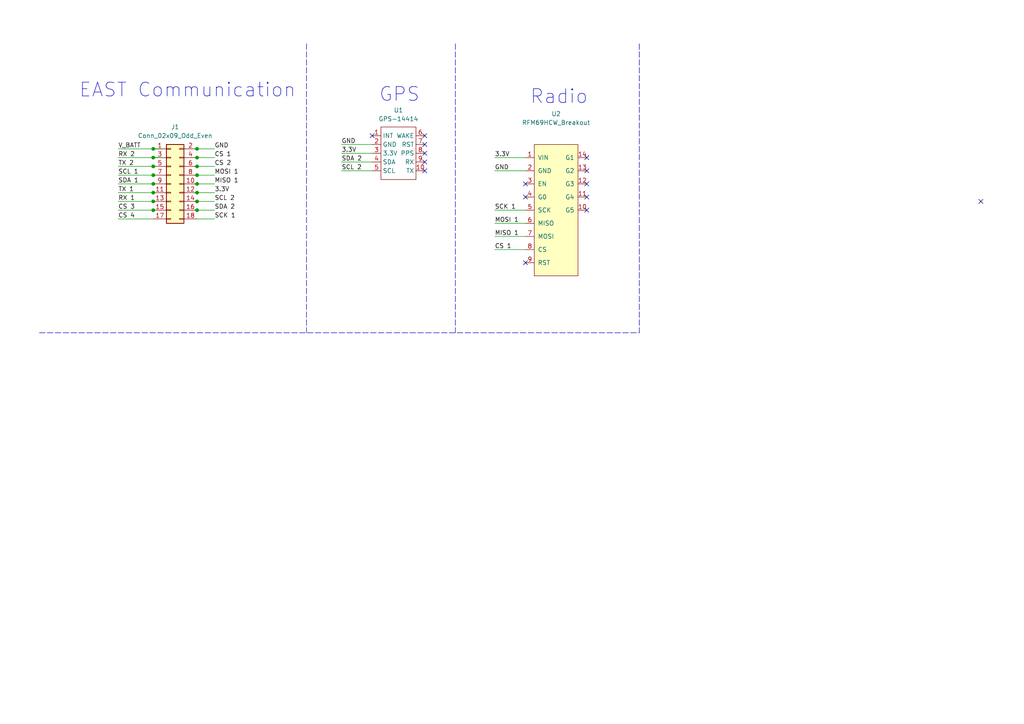
<source format=kicad_sch>
(kicad_sch (version 20211123) (generator eeschema)

  (uuid 8bafc11c-001e-472b-a9e2-07ae548bde60)

  (paper "A4")

  (lib_symbols
    (symbol "Connector_Generic:Conn_02x09_Odd_Even" (pin_names (offset 1.016) hide) (in_bom yes) (on_board yes)
      (property "Reference" "J" (id 0) (at 1.27 12.7 0)
        (effects (font (size 1.27 1.27)))
      )
      (property "Value" "Conn_02x09_Odd_Even" (id 1) (at 1.27 -12.7 0)
        (effects (font (size 1.27 1.27)))
      )
      (property "Footprint" "" (id 2) (at 0 0 0)
        (effects (font (size 1.27 1.27)) hide)
      )
      (property "Datasheet" "~" (id 3) (at 0 0 0)
        (effects (font (size 1.27 1.27)) hide)
      )
      (property "ki_keywords" "connector" (id 4) (at 0 0 0)
        (effects (font (size 1.27 1.27)) hide)
      )
      (property "ki_description" "Generic connector, double row, 02x09, odd/even pin numbering scheme (row 1 odd numbers, row 2 even numbers), script generated (kicad-library-utils/schlib/autogen/connector/)" (id 5) (at 0 0 0)
        (effects (font (size 1.27 1.27)) hide)
      )
      (property "ki_fp_filters" "Connector*:*_2x??_*" (id 6) (at 0 0 0)
        (effects (font (size 1.27 1.27)) hide)
      )
      (symbol "Conn_02x09_Odd_Even_1_1"
        (rectangle (start -1.27 -10.033) (end 0 -10.287)
          (stroke (width 0.1524) (type default) (color 0 0 0 0))
          (fill (type none))
        )
        (rectangle (start -1.27 -7.493) (end 0 -7.747)
          (stroke (width 0.1524) (type default) (color 0 0 0 0))
          (fill (type none))
        )
        (rectangle (start -1.27 -4.953) (end 0 -5.207)
          (stroke (width 0.1524) (type default) (color 0 0 0 0))
          (fill (type none))
        )
        (rectangle (start -1.27 -2.413) (end 0 -2.667)
          (stroke (width 0.1524) (type default) (color 0 0 0 0))
          (fill (type none))
        )
        (rectangle (start -1.27 0.127) (end 0 -0.127)
          (stroke (width 0.1524) (type default) (color 0 0 0 0))
          (fill (type none))
        )
        (rectangle (start -1.27 2.667) (end 0 2.413)
          (stroke (width 0.1524) (type default) (color 0 0 0 0))
          (fill (type none))
        )
        (rectangle (start -1.27 5.207) (end 0 4.953)
          (stroke (width 0.1524) (type default) (color 0 0 0 0))
          (fill (type none))
        )
        (rectangle (start -1.27 7.747) (end 0 7.493)
          (stroke (width 0.1524) (type default) (color 0 0 0 0))
          (fill (type none))
        )
        (rectangle (start -1.27 10.287) (end 0 10.033)
          (stroke (width 0.1524) (type default) (color 0 0 0 0))
          (fill (type none))
        )
        (rectangle (start -1.27 11.43) (end 3.81 -11.43)
          (stroke (width 0.254) (type default) (color 0 0 0 0))
          (fill (type background))
        )
        (rectangle (start 3.81 -10.033) (end 2.54 -10.287)
          (stroke (width 0.1524) (type default) (color 0 0 0 0))
          (fill (type none))
        )
        (rectangle (start 3.81 -7.493) (end 2.54 -7.747)
          (stroke (width 0.1524) (type default) (color 0 0 0 0))
          (fill (type none))
        )
        (rectangle (start 3.81 -4.953) (end 2.54 -5.207)
          (stroke (width 0.1524) (type default) (color 0 0 0 0))
          (fill (type none))
        )
        (rectangle (start 3.81 -2.413) (end 2.54 -2.667)
          (stroke (width 0.1524) (type default) (color 0 0 0 0))
          (fill (type none))
        )
        (rectangle (start 3.81 0.127) (end 2.54 -0.127)
          (stroke (width 0.1524) (type default) (color 0 0 0 0))
          (fill (type none))
        )
        (rectangle (start 3.81 2.667) (end 2.54 2.413)
          (stroke (width 0.1524) (type default) (color 0 0 0 0))
          (fill (type none))
        )
        (rectangle (start 3.81 5.207) (end 2.54 4.953)
          (stroke (width 0.1524) (type default) (color 0 0 0 0))
          (fill (type none))
        )
        (rectangle (start 3.81 7.747) (end 2.54 7.493)
          (stroke (width 0.1524) (type default) (color 0 0 0 0))
          (fill (type none))
        )
        (rectangle (start 3.81 10.287) (end 2.54 10.033)
          (stroke (width 0.1524) (type default) (color 0 0 0 0))
          (fill (type none))
        )
        (pin passive line (at -5.08 10.16 0) (length 3.81)
          (name "Pin_1" (effects (font (size 1.27 1.27))))
          (number "1" (effects (font (size 1.27 1.27))))
        )
        (pin passive line (at 7.62 0 180) (length 3.81)
          (name "Pin_10" (effects (font (size 1.27 1.27))))
          (number "10" (effects (font (size 1.27 1.27))))
        )
        (pin passive line (at -5.08 -2.54 0) (length 3.81)
          (name "Pin_11" (effects (font (size 1.27 1.27))))
          (number "11" (effects (font (size 1.27 1.27))))
        )
        (pin passive line (at 7.62 -2.54 180) (length 3.81)
          (name "Pin_12" (effects (font (size 1.27 1.27))))
          (number "12" (effects (font (size 1.27 1.27))))
        )
        (pin passive line (at -5.08 -5.08 0) (length 3.81)
          (name "Pin_13" (effects (font (size 1.27 1.27))))
          (number "13" (effects (font (size 1.27 1.27))))
        )
        (pin passive line (at 7.62 -5.08 180) (length 3.81)
          (name "Pin_14" (effects (font (size 1.27 1.27))))
          (number "14" (effects (font (size 1.27 1.27))))
        )
        (pin passive line (at -5.08 -7.62 0) (length 3.81)
          (name "Pin_15" (effects (font (size 1.27 1.27))))
          (number "15" (effects (font (size 1.27 1.27))))
        )
        (pin passive line (at 7.62 -7.62 180) (length 3.81)
          (name "Pin_16" (effects (font (size 1.27 1.27))))
          (number "16" (effects (font (size 1.27 1.27))))
        )
        (pin passive line (at -5.08 -10.16 0) (length 3.81)
          (name "Pin_17" (effects (font (size 1.27 1.27))))
          (number "17" (effects (font (size 1.27 1.27))))
        )
        (pin passive line (at 7.62 -10.16 180) (length 3.81)
          (name "Pin_18" (effects (font (size 1.27 1.27))))
          (number "18" (effects (font (size 1.27 1.27))))
        )
        (pin passive line (at 7.62 10.16 180) (length 3.81)
          (name "Pin_2" (effects (font (size 1.27 1.27))))
          (number "2" (effects (font (size 1.27 1.27))))
        )
        (pin passive line (at -5.08 7.62 0) (length 3.81)
          (name "Pin_3" (effects (font (size 1.27 1.27))))
          (number "3" (effects (font (size 1.27 1.27))))
        )
        (pin passive line (at 7.62 7.62 180) (length 3.81)
          (name "Pin_4" (effects (font (size 1.27 1.27))))
          (number "4" (effects (font (size 1.27 1.27))))
        )
        (pin passive line (at -5.08 5.08 0) (length 3.81)
          (name "Pin_5" (effects (font (size 1.27 1.27))))
          (number "5" (effects (font (size 1.27 1.27))))
        )
        (pin passive line (at 7.62 5.08 180) (length 3.81)
          (name "Pin_6" (effects (font (size 1.27 1.27))))
          (number "6" (effects (font (size 1.27 1.27))))
        )
        (pin passive line (at -5.08 2.54 0) (length 3.81)
          (name "Pin_7" (effects (font (size 1.27 1.27))))
          (number "7" (effects (font (size 1.27 1.27))))
        )
        (pin passive line (at 7.62 2.54 180) (length 3.81)
          (name "Pin_8" (effects (font (size 1.27 1.27))))
          (number "8" (effects (font (size 1.27 1.27))))
        )
        (pin passive line (at -5.08 0 0) (length 3.81)
          (name "Pin_9" (effects (font (size 1.27 1.27))))
          (number "9" (effects (font (size 1.27 1.27))))
        )
      )
    )
    (symbol "GPS-14414_1" (in_bom yes) (on_board yes)
      (property "Reference" "U" (id 0) (at 0 6.35 0)
        (effects (font (size 1.27 1.27)))
      )
      (property "Value" "GPS-14414_1" (id 1) (at 0 8.89 0)
        (effects (font (size 1.27 1.27)))
      )
      (property "Footprint" "" (id 2) (at 0 0 0)
        (effects (font (size 1.27 1.27)) hide)
      )
      (property "Datasheet" "" (id 3) (at 0 0 0)
        (effects (font (size 1.27 1.27)) hide)
      )
      (symbol "GPS-14414_1_0_1"
        (rectangle (start -5.08 3.81) (end 5.08 -11.43)
          (stroke (width 0) (type default) (color 0 0 0 0))
          (fill (type none))
        )
      )
      (symbol "GPS-14414_1_1_1"
        (pin output line (at -7.62 1.27 0) (length 2.54)
          (name "INT" (effects (font (size 1.27 1.27))))
          (number "1" (effects (font (size 1.27 1.27))))
        )
        (pin output line (at 7.62 -8.89 180) (length 2.54)
          (name "TX" (effects (font (size 1.27 1.27))))
          (number "10" (effects (font (size 1.27 1.27))))
        )
        (pin power_in line (at -7.62 -1.27 0) (length 2.54)
          (name "GND" (effects (font (size 1.27 1.27))))
          (number "2" (effects (font (size 1.27 1.27))))
        )
        (pin power_in line (at -7.62 -3.81 0) (length 2.54)
          (name "3.3V" (effects (font (size 1.27 1.27))))
          (number "3" (effects (font (size 1.27 1.27))))
        )
        (pin output line (at -7.62 -6.35 0) (length 2.54)
          (name "SDA" (effects (font (size 1.27 1.27))))
          (number "4" (effects (font (size 1.27 1.27))))
        )
        (pin output line (at -7.62 -8.89 0) (length 2.54)
          (name "SCL" (effects (font (size 1.27 1.27))))
          (number "5" (effects (font (size 1.27 1.27))))
        )
        (pin input line (at 7.62 1.27 180) (length 2.54)
          (name "WAKE" (effects (font (size 1.27 1.27))))
          (number "6" (effects (font (size 1.27 1.27))))
        )
        (pin input line (at 7.62 -1.27 180) (length 2.54)
          (name "RST" (effects (font (size 1.27 1.27))))
          (number "7" (effects (font (size 1.27 1.27))))
        )
        (pin output line (at 7.62 -3.81 180) (length 2.54)
          (name "PPS" (effects (font (size 1.27 1.27))))
          (number "8" (effects (font (size 1.27 1.27))))
        )
        (pin input line (at 7.62 -6.35 180) (length 2.54)
          (name "RX" (effects (font (size 1.27 1.27))))
          (number "9" (effects (font (size 1.27 1.27))))
        )
      )
    )
    (symbol "sensors:RFM69HCW_Breakout" (pin_names (offset 1.016)) (in_bom yes) (on_board yes)
      (property "Reference" "U2" (id 0) (at 0 27.94 0)
        (effects (font (size 1.27 1.27)))
      )
      (property "Value" "RFM69HCW_Breakout" (id 1) (at 0 25.4 0)
        (effects (font (size 1.27 1.27)))
      )
      (property "Footprint" "Sensors:RFM69HCW_Breakout" (id 2) (at -3.81 20.32 0)
        (effects (font (size 1.27 1.27)) hide)
      )
      (property "Datasheet" "" (id 3) (at -3.81 20.32 0)
        (effects (font (size 1.27 1.27)) hide)
      )
      (symbol "RFM69HCW_Breakout_0_1"
        (rectangle (start -6.35 19.05) (end 6.35 -19.05)
          (stroke (width 0) (type default) (color 0 0 0 0))
          (fill (type background))
        )
      )
      (symbol "RFM69HCW_Breakout_1_1"
        (pin power_in line (at -8.89 15.24 0) (length 2.54)
          (name "VIN" (effects (font (size 1.27 1.27))))
          (number "1" (effects (font (size 1.27 1.27))))
        )
        (pin bidirectional line (at 8.89 0 180) (length 2.54)
          (name "G5" (effects (font (size 1.27 1.27))))
          (number "10" (effects (font (size 1.27 1.27))))
        )
        (pin bidirectional line (at 8.89 3.81 180) (length 2.54)
          (name "G4" (effects (font (size 1.27 1.27))))
          (number "11" (effects (font (size 1.27 1.27))))
        )
        (pin bidirectional line (at 8.89 7.62 180) (length 2.54)
          (name "G3" (effects (font (size 1.27 1.27))))
          (number "12" (effects (font (size 1.27 1.27))))
        )
        (pin bidirectional line (at 8.89 11.43 180) (length 2.54)
          (name "G2" (effects (font (size 1.27 1.27))))
          (number "13" (effects (font (size 1.27 1.27))))
        )
        (pin bidirectional line (at 8.89 15.24 180) (length 2.54)
          (name "G1" (effects (font (size 1.27 1.27))))
          (number "14" (effects (font (size 1.27 1.27))))
        )
        (pin power_in line (at -8.89 11.43 0) (length 2.54)
          (name "GND" (effects (font (size 1.27 1.27))))
          (number "2" (effects (font (size 1.27 1.27))))
        )
        (pin input line (at -8.89 7.62 0) (length 2.54)
          (name "EN" (effects (font (size 1.27 1.27))))
          (number "3" (effects (font (size 1.27 1.27))))
        )
        (pin output line (at -8.89 3.81 0) (length 2.54)
          (name "G0" (effects (font (size 1.27 1.27))))
          (number "4" (effects (font (size 1.27 1.27))))
        )
        (pin input line (at -8.89 0 0) (length 2.54)
          (name "SCK" (effects (font (size 1.27 1.27))))
          (number "5" (effects (font (size 1.27 1.27))))
        )
        (pin output line (at -8.89 -3.81 0) (length 2.54)
          (name "MISO" (effects (font (size 1.27 1.27))))
          (number "6" (effects (font (size 1.27 1.27))))
        )
        (pin input line (at -8.89 -7.62 0) (length 2.54)
          (name "MOSI" (effects (font (size 1.27 1.27))))
          (number "7" (effects (font (size 1.27 1.27))))
        )
        (pin input line (at -8.89 -11.43 0) (length 2.54)
          (name "CS" (effects (font (size 1.27 1.27))))
          (number "8" (effects (font (size 1.27 1.27))))
        )
        (pin input line (at -8.89 -15.24 0) (length 2.54)
          (name "RST" (effects (font (size 1.27 1.27))))
          (number "9" (effects (font (size 1.27 1.27))))
        )
      )
    )
  )

  (junction (at 44.45 58.42) (diameter 0) (color 0 0 0 0)
    (uuid 09ecc2f0-c47f-4ae8-9947-fd924e0c0ace)
  )
  (junction (at 44.45 48.26) (diameter 0) (color 0 0 0 0)
    (uuid 232dc691-d5f7-4e3f-9cb2-93aedcbd6065)
  )
  (junction (at 57.15 60.96) (diameter 0) (color 0 0 0 0)
    (uuid 343094b4-6f74-4e1d-bed9-2247ecd01cd5)
  )
  (junction (at 57.15 58.42) (diameter 0) (color 0 0 0 0)
    (uuid 3ea55096-c111-41cf-aa1c-854b453b5a35)
  )
  (junction (at 57.15 45.72) (diameter 0) (color 0 0 0 0)
    (uuid 43e5bd57-f67a-4046-89bb-7942c917c529)
  )
  (junction (at 57.15 53.34) (diameter 0) (color 0 0 0 0)
    (uuid 7400e427-f775-4fa0-9d3f-a0e0c950e1a6)
  )
  (junction (at 44.45 43.18) (diameter 0) (color 0 0 0 0)
    (uuid 745e3a73-0f3a-41c7-b75e-501b03438819)
  )
  (junction (at 44.45 53.34) (diameter 0) (color 0 0 0 0)
    (uuid 7cb2dd36-086e-451f-a128-ac74a6fa6016)
  )
  (junction (at 44.45 55.88) (diameter 0) (color 0 0 0 0)
    (uuid 81c3c6e6-1729-4702-9ba7-c7587c33d0d8)
  )
  (junction (at 57.15 50.8) (diameter 0) (color 0 0 0 0)
    (uuid 821a965f-8ab8-42fd-936c-e366e2165af3)
  )
  (junction (at 57.15 48.26) (diameter 0) (color 0 0 0 0)
    (uuid 9910ad0a-5719-4f06-a58f-0d3c033d10d1)
  )
  (junction (at 44.45 60.96) (diameter 0) (color 0 0 0 0)
    (uuid afff65f2-b1d2-46d7-acb0-0ef15316e4aa)
  )
  (junction (at 57.15 43.18) (diameter 0) (color 0 0 0 0)
    (uuid cd0ea442-b9ce-4b6b-921d-1e712fe8309d)
  )
  (junction (at 57.15 55.88) (diameter 0) (color 0 0 0 0)
    (uuid edb9cf93-14dd-4a9c-ae63-434f6335f573)
  )
  (junction (at 44.45 50.8) (diameter 0) (color 0 0 0 0)
    (uuid f9ead4bb-6149-4a91-94f9-95502351fc52)
  )
  (junction (at 44.45 45.72) (diameter 0) (color 0 0 0 0)
    (uuid ffc79554-fe09-4463-930f-933d5ce12286)
  )

  (no_connect (at 123.19 39.37) (uuid 52af8d9f-8685-4e3e-a07c-70f5effbdeb3))
  (no_connect (at 123.19 41.91) (uuid 52af8d9f-8685-4e3e-a07c-70f5effbdeb4))
  (no_connect (at 123.19 44.45) (uuid 52af8d9f-8685-4e3e-a07c-70f5effbdeb5))
  (no_connect (at 123.19 46.99) (uuid 52af8d9f-8685-4e3e-a07c-70f5effbdeb6))
  (no_connect (at 123.19 49.53) (uuid 52af8d9f-8685-4e3e-a07c-70f5effbdeb7))
  (no_connect (at 284.48 58.42) (uuid 5a2b5c56-11f1-411f-8529-118e6935612a))
  (no_connect (at 107.95 39.37) (uuid 5a2b5c56-11f1-411f-8529-118e6935612b))
  (no_connect (at 170.18 45.72) (uuid b1a13a0f-2b43-4638-a16b-265e49f6c79e))
  (no_connect (at 152.4 53.34) (uuid b1a13a0f-2b43-4638-a16b-265e49f6c79f))
  (no_connect (at 152.4 57.15) (uuid b1a13a0f-2b43-4638-a16b-265e49f6c7a0))
  (no_connect (at 170.18 60.96) (uuid b1a13a0f-2b43-4638-a16b-265e49f6c7a1))
  (no_connect (at 170.18 57.15) (uuid b1a13a0f-2b43-4638-a16b-265e49f6c7a2))
  (no_connect (at 170.18 53.34) (uuid b1a13a0f-2b43-4638-a16b-265e49f6c7a3))
  (no_connect (at 170.18 49.53) (uuid b1a13a0f-2b43-4638-a16b-265e49f6c7a4))
  (no_connect (at 152.4 76.2) (uuid b1a13a0f-2b43-4638-a16b-265e49f6c7a5))

  (wire (pts (xy 57.15 50.8) (xy 62.23 50.8))
    (stroke (width 0) (type default) (color 0 0 0 0))
    (uuid 046ebef5-fe0c-469b-9491-6b06c1cff6db)
  )
  (wire (pts (xy 44.45 58.42) (xy 45.085 58.42))
    (stroke (width 0) (type default) (color 0 0 0 0))
    (uuid 04983772-068f-4ee6-a57d-62e74e16e8d0)
  )
  (wire (pts (xy 34.29 45.72) (xy 44.45 45.72))
    (stroke (width 0) (type default) (color 0 0 0 0))
    (uuid 0b94aadb-0f64-4454-80bb-bf4342bec22b)
  )
  (wire (pts (xy 34.29 55.88) (xy 44.45 55.88))
    (stroke (width 0) (type default) (color 0 0 0 0))
    (uuid 1927d5e7-3b50-4521-aa5d-d94cd60528d3)
  )
  (wire (pts (xy 56.515 60.96) (xy 57.15 60.96))
    (stroke (width 0) (type default) (color 0 0 0 0))
    (uuid 1bc1172d-3c64-49e0-b6d3-dd1a4c9065ab)
  )
  (wire (pts (xy 56.515 48.26) (xy 57.15 48.26))
    (stroke (width 0) (type default) (color 0 0 0 0))
    (uuid 2db373b3-3a4c-4fbf-a856-7bdcc44d4ba8)
  )
  (wire (pts (xy 44.45 60.96) (xy 45.085 60.96))
    (stroke (width 0) (type default) (color 0 0 0 0))
    (uuid 34d0dfef-ac63-48a5-b0ff-aeb7be3a2c41)
  )
  (wire (pts (xy 44.45 55.88) (xy 45.085 55.88))
    (stroke (width 0) (type default) (color 0 0 0 0))
    (uuid 3d492385-81fa-4234-bf00-89e0164b2ddf)
  )
  (wire (pts (xy 34.29 50.8) (xy 44.45 50.8))
    (stroke (width 0) (type default) (color 0 0 0 0))
    (uuid 457dc661-aed4-477b-843d-42be8253ef8c)
  )
  (wire (pts (xy 57.15 55.88) (xy 62.23 55.88))
    (stroke (width 0) (type default) (color 0 0 0 0))
    (uuid 4ddee332-35bf-4e29-ad5a-15d6b8fb608b)
  )
  (wire (pts (xy 56.515 45.72) (xy 57.15 45.72))
    (stroke (width 0) (type default) (color 0 0 0 0))
    (uuid 50d646f0-36c3-438d-98c7-db6e69c4317a)
  )
  (wire (pts (xy 57.15 48.26) (xy 62.23 48.26))
    (stroke (width 0) (type default) (color 0 0 0 0))
    (uuid 5a4ee9c8-aab7-4905-ba6e-28d6de5d7657)
  )
  (wire (pts (xy 57.15 45.72) (xy 62.23 45.72))
    (stroke (width 0) (type default) (color 0 0 0 0))
    (uuid 5b24b2c7-5182-493b-a346-b76a39b1e282)
  )
  (wire (pts (xy 143.51 45.72) (xy 152.4 45.72))
    (stroke (width 0) (type default) (color 0 0 0 0))
    (uuid 6794012f-6c2f-4f03-b4bb-a418e6a521d8)
  )
  (wire (pts (xy 34.29 48.26) (xy 44.45 48.26))
    (stroke (width 0) (type default) (color 0 0 0 0))
    (uuid 73b72861-fd9f-44dc-a68c-11f5b82b0cf6)
  )
  (wire (pts (xy 99.06 44.45) (xy 107.95 44.45))
    (stroke (width 0) (type default) (color 0 0 0 0))
    (uuid 74a65387-7e24-4418-8d6b-a1da54394cb2)
  )
  (wire (pts (xy 57.15 58.42) (xy 62.23 58.42))
    (stroke (width 0) (type default) (color 0 0 0 0))
    (uuid 78d770f3-e9f3-4e30-a074-971d1f247c32)
  )
  (wire (pts (xy 99.06 41.91) (xy 107.95 41.91))
    (stroke (width 0) (type default) (color 0 0 0 0))
    (uuid 7d74f713-aeb1-41a0-b747-867eb952e530)
  )
  (wire (pts (xy 44.45 53.34) (xy 45.085 53.34))
    (stroke (width 0) (type default) (color 0 0 0 0))
    (uuid 7e1b31d4-f087-4591-8151-481dcade0c47)
  )
  (wire (pts (xy 99.06 49.53) (xy 107.95 49.53))
    (stroke (width 0) (type default) (color 0 0 0 0))
    (uuid 80b51834-6d0f-46ba-bf5f-acb2bcfe509c)
  )
  (wire (pts (xy 34.29 43.18) (xy 44.45 43.18))
    (stroke (width 0) (type default) (color 0 0 0 0))
    (uuid 872ffa4d-5d1b-449a-a40c-5b84bcd5429d)
  )
  (wire (pts (xy 44.45 50.8) (xy 45.085 50.8))
    (stroke (width 0) (type default) (color 0 0 0 0))
    (uuid 8fe7963f-6e26-4452-b417-0959e0c28bb8)
  )
  (wire (pts (xy 34.29 58.42) (xy 44.45 58.42))
    (stroke (width 0) (type default) (color 0 0 0 0))
    (uuid 91bef132-9780-4ab4-839e-a6d10484e94c)
  )
  (wire (pts (xy 44.45 48.26) (xy 45.085 48.26))
    (stroke (width 0) (type default) (color 0 0 0 0))
    (uuid 962c156d-2076-4062-9b65-61415df976a5)
  )
  (wire (pts (xy 56.515 55.88) (xy 57.15 55.88))
    (stroke (width 0) (type default) (color 0 0 0 0))
    (uuid 9b3579d2-6ca1-4df5-85cb-a3089d114b1c)
  )
  (wire (pts (xy 143.51 49.53) (xy 152.4 49.53))
    (stroke (width 0) (type default) (color 0 0 0 0))
    (uuid a1c75ee9-8f97-4394-ba5b-af8353d358ff)
  )
  (wire (pts (xy 143.51 72.39) (xy 152.4 72.39))
    (stroke (width 0) (type default) (color 0 0 0 0))
    (uuid a5e77aeb-c6e8-451c-99be-7b135ab31123)
  )
  (polyline (pts (xy 185.42 12.7) (xy 185.42 96.52))
    (stroke (width 0) (type default) (color 0 0 0 0))
    (uuid a7c188cb-c9fd-473f-8b5e-a389a9e99efc)
  )

  (wire (pts (xy 34.29 53.34) (xy 44.45 53.34))
    (stroke (width 0) (type default) (color 0 0 0 0))
    (uuid acf5da96-840b-4355-8601-7711cbc203cc)
  )
  (polyline (pts (xy 132.08 12.7) (xy 132.08 96.52))
    (stroke (width 0) (type default) (color 0 0 0 0))
    (uuid b19d82c7-b912-4eb5-a832-add1ad30186c)
  )

  (wire (pts (xy 56.515 50.8) (xy 57.15 50.8))
    (stroke (width 0) (type default) (color 0 0 0 0))
    (uuid b53536f9-bf5c-4372-9f55-f00713ce860f)
  )
  (wire (pts (xy 57.15 63.5) (xy 62.23 63.5))
    (stroke (width 0) (type default) (color 0 0 0 0))
    (uuid bcc0b8f0-f895-498a-93cc-499c19716f52)
  )
  (wire (pts (xy 34.29 63.5) (xy 44.45 63.5))
    (stroke (width 0) (type default) (color 0 0 0 0))
    (uuid be80e80f-3a2e-4858-bd17-d6338ba77c44)
  )
  (wire (pts (xy 34.29 60.96) (xy 44.45 60.96))
    (stroke (width 0) (type default) (color 0 0 0 0))
    (uuid c25663e8-2564-48e5-a1f3-1a45c0bc5522)
  )
  (wire (pts (xy 56.515 43.18) (xy 57.15 43.18))
    (stroke (width 0) (type default) (color 0 0 0 0))
    (uuid c4c508cd-2e79-4a26-b15f-e7bf6b71b2c3)
  )
  (polyline (pts (xy 88.9 12.7) (xy 88.9 96.52))
    (stroke (width 0) (type default) (color 0 0 0 0))
    (uuid c88c57d5-deac-4486-802c-552c133c2482)
  )

  (wire (pts (xy 57.15 60.96) (xy 62.23 60.96))
    (stroke (width 0) (type default) (color 0 0 0 0))
    (uuid ca190ca3-ea9c-448f-8c69-0df1dd33e06d)
  )
  (wire (pts (xy 143.51 64.77) (xy 152.4 64.77))
    (stroke (width 0) (type default) (color 0 0 0 0))
    (uuid cd9079dc-79ba-4f68-af45-a2d96d45ee32)
  )
  (wire (pts (xy 57.15 53.34) (xy 62.23 53.34))
    (stroke (width 0) (type default) (color 0 0 0 0))
    (uuid cf0008b6-3073-4568-80a0-95b1b0554446)
  )
  (wire (pts (xy 56.515 58.42) (xy 57.15 58.42))
    (stroke (width 0) (type default) (color 0 0 0 0))
    (uuid d26f5cb3-2709-4858-a878-b7939b8f00a2)
  )
  (wire (pts (xy 44.45 43.18) (xy 46.99 43.18))
    (stroke (width 0) (type default) (color 0 0 0 0))
    (uuid dd542f94-8ba0-4639-a7a3-e6f8c068a5cc)
  )
  (wire (pts (xy 44.45 45.72) (xy 46.99 45.72))
    (stroke (width 0) (type default) (color 0 0 0 0))
    (uuid df4bfff9-f607-4ae1-b622-df855cad4035)
  )
  (wire (pts (xy 56.515 53.34) (xy 57.15 53.34))
    (stroke (width 0) (type default) (color 0 0 0 0))
    (uuid e377abaf-d4d3-436a-944f-9d52c90b57d9)
  )
  (wire (pts (xy 99.06 46.99) (xy 107.95 46.99))
    (stroke (width 0) (type default) (color 0 0 0 0))
    (uuid ea7aadd4-fdeb-40de-9a31-4d594a587d55)
  )
  (wire (pts (xy 57.15 43.18) (xy 62.23 43.18))
    (stroke (width 0) (type default) (color 0 0 0 0))
    (uuid eab86403-549e-483d-934b-a179e1f3f227)
  )
  (wire (pts (xy 143.51 60.96) (xy 152.4 60.96))
    (stroke (width 0) (type default) (color 0 0 0 0))
    (uuid f3100862-79d3-418b-83c7-ebbc35152839)
  )
  (polyline (pts (xy 11.43 96.52) (xy 185.42 96.52))
    (stroke (width 0) (type default) (color 0 0 0 0))
    (uuid f6281db9-d39f-487b-9726-5430c62dba8e)
  )

  (wire (pts (xy 143.51 68.58) (xy 152.4 68.58))
    (stroke (width 0) (type default) (color 0 0 0 0))
    (uuid f82c394c-3fae-4853-8128-f08d86951466)
  )

  (text "EAST Communication" (at 22.86 28.575 0)
    (effects (font (size 4 4)) (justify left bottom))
    (uuid 16e17746-0da5-4b0f-ad1f-0375e05ab981)
  )
  (text "Radio" (at 153.67 30.48 0)
    (effects (font (size 4 4)) (justify left bottom))
    (uuid 4d5cfb69-45ac-47b9-8312-1d91abbf82d2)
  )
  (text "GPS" (at 109.855 29.845 0)
    (effects (font (size 4 4)) (justify left bottom))
    (uuid 9990edf8-607a-4480-89e8-efe1cba1ce44)
  )

  (label "CS 2" (at 62.23 48.26 0)
    (effects (font (size 1.27 1.27)) (justify left bottom))
    (uuid 01291cd4-1959-44d7-9b43-ec8036b89ea3)
  )
  (label "MISO 1" (at 62.23 53.34 0)
    (effects (font (size 1.27 1.27)) (justify left bottom))
    (uuid 07061632-4248-4aa1-893d-47548f555f30)
  )
  (label "CS 3" (at 34.29 60.96 0)
    (effects (font (size 1.27 1.27)) (justify left bottom))
    (uuid 14bc6ab1-9624-4b33-8bf2-65562634d0c8)
  )
  (label "TX 2" (at 34.29 48.26 0)
    (effects (font (size 1.27 1.27)) (justify left bottom))
    (uuid 1cc4bc1a-aab3-4a72-a31c-bf6fcf470642)
  )
  (label "MISO 1" (at 143.51 68.58 0)
    (effects (font (size 1.27 1.27)) (justify left bottom))
    (uuid 208571f4-392d-497a-8c9e-c7f11df43964)
  )
  (label "3.3V" (at 99.06 44.45 0)
    (effects (font (size 1.27 1.27)) (justify left bottom))
    (uuid 28b95225-e361-4199-982d-353b2b65cb3b)
  )
  (label "MOSI 1" (at 143.51 64.77 0)
    (effects (font (size 1.27 1.27)) (justify left bottom))
    (uuid 2dde92c2-ac1f-4012-b9bd-eb7748dede3e)
  )
  (label "GND" (at 62.23 43.18 0)
    (effects (font (size 1.27 1.27)) (justify left bottom))
    (uuid 479b96a1-2d1c-4389-af07-f3521f26403e)
  )
  (label "GND" (at 99.06 41.91 0)
    (effects (font (size 1.27 1.27)) (justify left bottom))
    (uuid 481c1b55-dbc2-4821-a30d-01967ec9de1a)
  )
  (label "SDA 2" (at 99.06 46.99 0)
    (effects (font (size 1.27 1.27)) (justify left bottom))
    (uuid 7fd8f629-06aa-4cf3-b456-fbbc39026904)
  )
  (label "SCL 2" (at 62.23 58.42 0)
    (effects (font (size 1.27 1.27)) (justify left bottom))
    (uuid 93168965-39ae-4059-ae79-b9f6b8adca04)
  )
  (label "SCL 2" (at 99.06 49.53 0)
    (effects (font (size 1.27 1.27)) (justify left bottom))
    (uuid 93fe206a-ca2f-4c16-ba3f-0758eda300e3)
  )
  (label "TX 1" (at 34.29 55.88 0)
    (effects (font (size 1.27 1.27)) (justify left bottom))
    (uuid a7e8ecd3-900e-4ec2-9adc-c0c3a6c634cc)
  )
  (label "3.3V" (at 62.23 55.88 0)
    (effects (font (size 1.27 1.27)) (justify left bottom))
    (uuid bbda5a8c-b1c0-473c-a4b0-9d55716a774a)
  )
  (label "CS 1" (at 62.23 45.72 0)
    (effects (font (size 1.27 1.27)) (justify left bottom))
    (uuid be173765-322d-43f0-8178-b7135613ce8e)
  )
  (label "CS 1" (at 143.51 72.39 0)
    (effects (font (size 1.27 1.27)) (justify left bottom))
    (uuid caab04c1-af6e-4ef4-b50a-5fc9af47160a)
  )
  (label "SCK 1" (at 62.23 63.5 0)
    (effects (font (size 1.27 1.27)) (justify left bottom))
    (uuid cf66d145-2dc6-4e70-a8f7-652c7321499c)
  )
  (label "SCL 1" (at 34.29 50.8 0)
    (effects (font (size 1.27 1.27)) (justify left bottom))
    (uuid d58f5113-3050-40ae-8b7b-de40115d6a19)
  )
  (label "MOSI 1" (at 62.23 50.8 0)
    (effects (font (size 1.27 1.27)) (justify left bottom))
    (uuid d98b5c44-7696-403c-a428-99419d8bc5b6)
  )
  (label "SCK 1" (at 143.51 60.96 0)
    (effects (font (size 1.27 1.27)) (justify left bottom))
    (uuid da22da5b-e7d4-408a-9d97-eaa7c4ce1d11)
  )
  (label "RX 1" (at 34.29 58.42 0)
    (effects (font (size 1.27 1.27)) (justify left bottom))
    (uuid e0cc2fc9-5855-48ed-a0fd-50fb6bdb5082)
  )
  (label "3.3V" (at 143.51 45.72 0)
    (effects (font (size 1.27 1.27)) (justify left bottom))
    (uuid eb7378c6-9d77-43e1-9edc-44ba0e636535)
  )
  (label "SDA 1" (at 34.29 53.34 0)
    (effects (font (size 1.27 1.27)) (justify left bottom))
    (uuid ec6a8027-a2d8-48cc-8b69-025e660b22c5)
  )
  (label "SDA 2" (at 62.23 60.96 0)
    (effects (font (size 1.27 1.27)) (justify left bottom))
    (uuid ee7f095a-fcd1-4405-b324-aa2531c8058b)
  )
  (label "CS 4" (at 34.29 63.5 0)
    (effects (font (size 1.27 1.27)) (justify left bottom))
    (uuid f1235f6e-64a9-4622-ab2b-af710da55335)
  )
  (label "GND" (at 143.51 49.53 0)
    (effects (font (size 1.27 1.27)) (justify left bottom))
    (uuid f84c638f-99d1-4d96-af02-4f53e3eb532c)
  )
  (label "RX 2" (at 34.29 45.72 0)
    (effects (font (size 1.27 1.27)) (justify left bottom))
    (uuid fbe0cdd7-ab48-4ec8-a730-5eab27ac058a)
  )
  (label "V_BATT" (at 34.29 43.18 0)
    (effects (font (size 1.27 1.27)) (justify left bottom))
    (uuid fe34d407-a9d3-4f2f-a029-e03cc9e757a7)
  )

  (symbol (lib_id "Connector_Generic:Conn_02x09_Odd_Even") (at 49.53 53.34 0) (unit 1)
    (in_bom yes) (on_board yes) (fields_autoplaced)
    (uuid 3c662c8e-da15-4f7a-8098-514a597f767d)
    (property "Reference" "J1" (id 0) (at 50.8 36.83 0))
    (property "Value" "Conn_02x09_Odd_Even" (id 1) (at 50.8 39.37 0))
    (property "Footprint" "Connector_PinHeader_2.54mm:PinHeader_2x09_P2.54mm_Vertical" (id 2) (at 49.53 53.34 0)
      (effects (font (size 1.27 1.27)) hide)
    )
    (property "Datasheet" "~" (id 3) (at 49.53 53.34 0)
      (effects (font (size 1.27 1.27)) hide)
    )
    (pin "1" (uuid 931e5b1c-148d-44bf-a593-e855ecb26ffe))
    (pin "10" (uuid 7c9fce68-c183-4a05-b69e-7f98c68dd86e))
    (pin "11" (uuid 1f4376a7-a8a4-45d6-aefd-14afa1460f4e))
    (pin "12" (uuid 8570f503-5c39-4e0f-a2e7-e6715a202478))
    (pin "13" (uuid 9cf3c960-021e-469c-8e55-68db8d174c7d))
    (pin "14" (uuid 8f33ae5e-c579-4f85-9ec7-e92e14fd5c38))
    (pin "15" (uuid ed2b1415-9f62-4829-8e54-1526db1eaffe))
    (pin "16" (uuid 2dc527cc-d7b2-420a-a6da-eeef4e729807))
    (pin "17" (uuid 8cf783b7-08eb-41d6-be22-b004af0af9a5))
    (pin "18" (uuid dbaeaabe-2cbf-4c90-86a9-92c4f5fbacff))
    (pin "2" (uuid 6fe5278c-a61c-4904-a62b-b5134b272b47))
    (pin "3" (uuid 5c0485b9-8011-4905-ab17-463c5c784dc9))
    (pin "4" (uuid e20feb2d-60e5-41bc-980c-40d5cff9ed63))
    (pin "5" (uuid a5db98a8-c695-49e2-a1df-b4b96bfb4296))
    (pin "6" (uuid d409edef-bf35-4a34-94ef-1ac4662739d4))
    (pin "7" (uuid 32369b00-9fa6-4888-a945-dd713789e423))
    (pin "8" (uuid ba42c236-5d2e-49ed-815a-0a52b6462f0e))
    (pin "9" (uuid 91343920-661d-45de-bd87-b9372958357a))
  )

  (symbol (lib_name "GPS-14414_1") (lib_id "GPS:GPS-14414") (at 115.57 40.64 0) (unit 1)
    (in_bom yes) (on_board yes) (fields_autoplaced)
    (uuid c0880254-2ff2-43cf-b1b0-7c575ba139b4)
    (property "Reference" "U1" (id 0) (at 115.57 31.956 0))
    (property "Value" "GPS-14414" (id 1) (at 115.57 34.496 0))
    (property "Footprint" "GPS_layout:GPS-14414" (id 2) (at 115.57 40.64 0)
      (effects (font (size 1.27 1.27)) hide)
    )
    (property "Datasheet" "" (id 3) (at 115.57 40.64 0)
      (effects (font (size 1.27 1.27)) hide)
    )
    (pin "1" (uuid 246d2ccd-25c9-4ace-a371-8912564ab281))
    (pin "10" (uuid 01d1894e-9296-45b3-a92e-164697a3bd1d))
    (pin "2" (uuid 3d4c4eeb-db9c-4bac-b1d0-283833101643))
    (pin "3" (uuid ea875a31-3a48-4a48-93a4-98708173a313))
    (pin "4" (uuid c08f194d-749d-4668-bbac-68f877c8d01e))
    (pin "5" (uuid 605a471d-3a17-4e75-aed4-5958d4f1ec04))
    (pin "6" (uuid 1e8cf076-4ef1-4dca-a478-e482d1ddca35))
    (pin "7" (uuid 0b104703-ef88-4449-b230-8f08f304849e))
    (pin "8" (uuid d5e970a0-3794-4c60-889a-bbfc4fc39bf5))
    (pin "9" (uuid 4d7101c7-6331-437c-9e7f-29b6ed7157f1))
  )

  (symbol (lib_id "sensors:RFM69HCW_Breakout") (at 161.29 60.96 0) (unit 1)
    (in_bom yes) (on_board yes) (fields_autoplaced)
    (uuid fcad31c6-e2d3-4de3-b774-cb1dbfe5a865)
    (property "Reference" "U2" (id 0) (at 161.29 33.02 0))
    (property "Value" "RFM69HCW_Breakout" (id 1) (at 161.29 35.56 0))
    (property "Footprint" "Sensors:RFM69HCW_Breakout" (id 2) (at 157.48 40.64 0)
      (effects (font (size 1.27 1.27)) hide)
    )
    (property "Datasheet" "" (id 3) (at 157.48 40.64 0)
      (effects (font (size 1.27 1.27)) hide)
    )
    (pin "1" (uuid 95bb4492-467e-4ca0-968b-2502ee71f4e9))
    (pin "10" (uuid bd68f63c-50ad-43c3-b09b-7d00b149cbe6))
    (pin "11" (uuid 717c50d3-35ad-4a53-9f72-1b962b38c901))
    (pin "12" (uuid a14bfdbb-8128-419f-a4d4-8c48eea4c009))
    (pin "13" (uuid 59f3e02c-8bf1-4edf-bcdf-3782c695d84d))
    (pin "14" (uuid 6b486d51-c7b4-4c12-b7a9-ccb38e829c01))
    (pin "2" (uuid 1b916948-93a7-48af-b84d-740857b1b151))
    (pin "3" (uuid 816a7621-5711-4b75-9c2f-47272360ae19))
    (pin "4" (uuid 37ad9af2-8bcc-4417-8cf6-f984bf55268a))
    (pin "5" (uuid 3c80b1f1-d526-4459-85dc-1580889aaeb1))
    (pin "6" (uuid 0bab750a-92a2-4105-a48e-620eded318be))
    (pin "7" (uuid 661ac04f-da62-455b-becb-9bd866d2727f))
    (pin "8" (uuid b4aefc72-16d8-4232-ac64-e7eea3f32750))
    (pin "9" (uuid 6d1e9ff1-e3ff-4ba2-a8dc-f0a232b41d0c))
  )

  (sheet_instances
    (path "/" (page "1"))
  )

  (symbol_instances
    (path "/3c662c8e-da15-4f7a-8098-514a597f767d"
      (reference "J1") (unit 1) (value "Conn_02x09_Odd_Even") (footprint "Connector_PinHeader_2.54mm:PinHeader_2x09_P2.54mm_Vertical")
    )
    (path "/c0880254-2ff2-43cf-b1b0-7c575ba139b4"
      (reference "U1") (unit 1) (value "GPS-14414") (footprint "GPS_layout:GPS-14414")
    )
    (path "/fcad31c6-e2d3-4de3-b774-cb1dbfe5a865"
      (reference "U2") (unit 1) (value "RFM69HCW_Breakout") (footprint "Sensors:RFM69HCW_Breakout")
    )
  )
)

</source>
